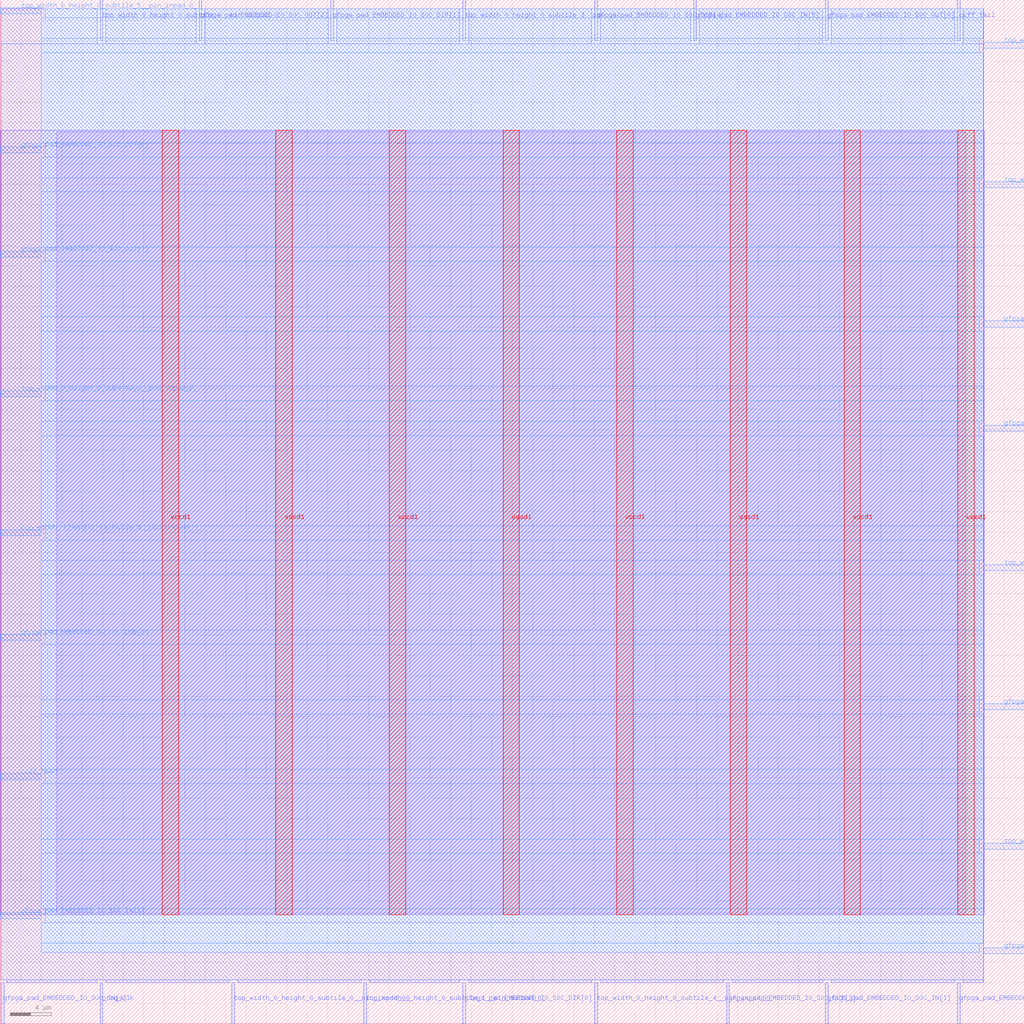
<source format=lef>
VERSION 5.7 ;
  NOWIREEXTENSIONATPIN ON ;
  DIVIDERCHAR "/" ;
  BUSBITCHARS "[]" ;
MACRO grid_io_bottom_bottom
  CLASS BLOCK ;
  FOREIGN grid_io_bottom_bottom ;
  ORIGIN 0.000 0.000 ;
  SIZE 100.000 BY 100.000 ;
  PIN ccff_head
    PORT
      LAYER met3 ;
        RECT 0.000 23.840 4.000 24.440 ;
    END
  END ccff_head
  PIN ccff_tail
    PORT
      LAYER met2 ;
        RECT 93.470 96.000 93.750 100.000 ;
    END
  END ccff_tail
  PIN gfpga_pad_EMBEDDED_IO_SOC_DIR[0]
    PORT
      LAYER met2 ;
        RECT 45.170 0.000 45.450 4.000 ;
    END
  END gfpga_pad_EMBEDDED_IO_SOC_DIR[0]
  PIN gfpga_pad_EMBEDDED_IO_SOC_DIR[1]
    PORT
      LAYER met2 ;
        RECT 32.290 96.000 32.570 100.000 ;
    END
  END gfpga_pad_EMBEDDED_IO_SOC_DIR[1]
  PIN gfpga_pad_EMBEDDED_IO_SOC_DIR[2]
    PORT
      LAYER met3 ;
        RECT 0.000 37.440 4.000 38.040 ;
    END
  END gfpga_pad_EMBEDDED_IO_SOC_DIR[2]
  PIN gfpga_pad_EMBEDDED_IO_SOC_DIR[3]
    PORT
      LAYER met3 ;
        RECT 96.000 30.640 100.000 31.240 ;
    END
  END gfpga_pad_EMBEDDED_IO_SOC_DIR[3]
  PIN gfpga_pad_EMBEDDED_IO_SOC_DIR[4]
    PORT
      LAYER met2 ;
        RECT 58.050 96.000 58.330 100.000 ;
    END
  END gfpga_pad_EMBEDDED_IO_SOC_DIR[4]
  PIN gfpga_pad_EMBEDDED_IO_SOC_DIR[5]
    PORT
      LAYER met2 ;
        RECT 93.470 0.000 93.750 4.000 ;
    END
  END gfpga_pad_EMBEDDED_IO_SOC_DIR[5]
  PIN gfpga_pad_EMBEDDED_IO_SOC_IN[0]
    PORT
      LAYER met3 ;
        RECT 96.000 57.840 100.000 58.440 ;
    END
  END gfpga_pad_EMBEDDED_IO_SOC_IN[0]
  PIN gfpga_pad_EMBEDDED_IO_SOC_IN[1]
    PORT
      LAYER met2 ;
        RECT 80.590 0.000 80.870 4.000 ;
    END
  END gfpga_pad_EMBEDDED_IO_SOC_IN[1]
  PIN gfpga_pad_EMBEDDED_IO_SOC_IN[2]
    PORT
      LAYER met3 ;
        RECT 96.000 68.040 100.000 68.640 ;
    END
  END gfpga_pad_EMBEDDED_IO_SOC_IN[2]
  PIN gfpga_pad_EMBEDDED_IO_SOC_IN[3]
    PORT
      LAYER met3 ;
        RECT 0.000 10.240 4.000 10.840 ;
    END
  END gfpga_pad_EMBEDDED_IO_SOC_IN[3]
  PIN gfpga_pad_EMBEDDED_IO_SOC_IN[4]
    PORT
      LAYER met2 ;
        RECT 0.090 0.000 0.370 4.000 ;
    END
  END gfpga_pad_EMBEDDED_IO_SOC_IN[4]
  PIN gfpga_pad_EMBEDDED_IO_SOC_IN[5]
    PORT
      LAYER met2 ;
        RECT 67.710 96.000 67.990 100.000 ;
    END
  END gfpga_pad_EMBEDDED_IO_SOC_IN[5]
  PIN gfpga_pad_EMBEDDED_IO_SOC_OUT[0]
    PORT
      LAYER met2 ;
        RECT 80.590 96.000 80.870 100.000 ;
    END
  END gfpga_pad_EMBEDDED_IO_SOC_OUT[0]
  PIN gfpga_pad_EMBEDDED_IO_SOC_OUT[1]
    PORT
      LAYER met3 ;
        RECT 0.000 74.840 4.000 75.440 ;
    END
  END gfpga_pad_EMBEDDED_IO_SOC_OUT[1]
  PIN gfpga_pad_EMBEDDED_IO_SOC_OUT[2]
    PORT
      LAYER met2 ;
        RECT 19.410 96.000 19.690 100.000 ;
    END
  END gfpga_pad_EMBEDDED_IO_SOC_OUT[2]
  PIN gfpga_pad_EMBEDDED_IO_SOC_OUT[3]
    PORT
      LAYER met2 ;
        RECT 70.930 0.000 71.210 4.000 ;
    END
  END gfpga_pad_EMBEDDED_IO_SOC_OUT[3]
  PIN gfpga_pad_EMBEDDED_IO_SOC_OUT[4]
    PORT
      LAYER met3 ;
        RECT 0.000 85.040 4.000 85.640 ;
    END
  END gfpga_pad_EMBEDDED_IO_SOC_OUT[4]
  PIN gfpga_pad_EMBEDDED_IO_SOC_OUT[5]
    PORT
      LAYER met3 ;
        RECT 96.000 6.840 100.000 7.440 ;
    END
  END gfpga_pad_EMBEDDED_IO_SOC_OUT[5]
  PIN prog_clk
    PORT
      LAYER met2 ;
        RECT 9.750 0.000 10.030 4.000 ;
    END
  END prog_clk
  PIN top_width_0_height_0_subtile_0__pin_inpad_0_
    PORT
      LAYER met2 ;
        RECT 22.630 0.000 22.910 4.000 ;
    END
  END top_width_0_height_0_subtile_0__pin_inpad_0_
  PIN top_width_0_height_0_subtile_0__pin_outpad_0_
    PORT
      LAYER met2 ;
        RECT 9.750 96.000 10.030 100.000 ;
    END
  END top_width_0_height_0_subtile_0__pin_outpad_0_
  PIN top_width_0_height_0_subtile_1__pin_inpad_0_
    PORT
      LAYER met3 ;
        RECT 96.000 17.040 100.000 17.640 ;
    END
  END top_width_0_height_0_subtile_1__pin_inpad_0_
  PIN top_width_0_height_0_subtile_1__pin_outpad_0_
    PORT
      LAYER met2 ;
        RECT 35.510 0.000 35.790 4.000 ;
    END
  END top_width_0_height_0_subtile_1__pin_outpad_0_
  PIN top_width_0_height_0_subtile_2__pin_inpad_0_
    PORT
      LAYER met3 ;
        RECT 96.000 81.640 100.000 82.240 ;
    END
  END top_width_0_height_0_subtile_2__pin_inpad_0_
  PIN top_width_0_height_0_subtile_2__pin_outpad_0_
    PORT
      LAYER met3 ;
        RECT 96.000 95.240 100.000 95.840 ;
    END
  END top_width_0_height_0_subtile_2__pin_outpad_0_
  PIN top_width_0_height_0_subtile_3__pin_inpad_0_
    PORT
      LAYER met3 ;
        RECT 0.000 61.240 4.000 61.840 ;
    END
  END top_width_0_height_0_subtile_3__pin_inpad_0_
  PIN top_width_0_height_0_subtile_3__pin_outpad_0_
    PORT
      LAYER met2 ;
        RECT 45.170 96.000 45.450 100.000 ;
    END
  END top_width_0_height_0_subtile_3__pin_outpad_0_
  PIN top_width_0_height_0_subtile_4__pin_inpad_0_
    PORT
      LAYER met2 ;
        RECT 58.050 0.000 58.330 4.000 ;
    END
  END top_width_0_height_0_subtile_4__pin_inpad_0_
  PIN top_width_0_height_0_subtile_4__pin_outpad_0_
    PORT
      LAYER met3 ;
        RECT 0.000 47.640 4.000 48.240 ;
    END
  END top_width_0_height_0_subtile_4__pin_outpad_0_
  PIN top_width_0_height_0_subtile_5__pin_inpad_0_
    PORT
      LAYER met3 ;
        RECT 0.000 98.640 4.000 99.240 ;
    END
  END top_width_0_height_0_subtile_5__pin_inpad_0_
  PIN top_width_0_height_0_subtile_5__pin_outpad_0_
    PORT
      LAYER met3 ;
        RECT 96.000 44.240 100.000 44.840 ;
    END
  END top_width_0_height_0_subtile_5__pin_outpad_0_
  PIN vccd1
    PORT
      LAYER met4 ;
        RECT 82.400 10.640 84.000 87.280 ;
    END
    PORT
      LAYER met4 ;
        RECT 60.205 10.640 61.805 87.280 ;
    END
    PORT
      LAYER met4 ;
        RECT 38.010 10.640 39.610 87.280 ;
    END
    PORT
      LAYER met4 ;
        RECT 15.815 10.640 17.415 87.280 ;
    END
  END vccd1
  PIN vssd1
    PORT
      LAYER met4 ;
        RECT 93.495 10.640 95.095 87.280 ;
    END
    PORT
      LAYER met4 ;
        RECT 71.300 10.640 72.900 87.280 ;
    END
    PORT
      LAYER met4 ;
        RECT 49.105 10.640 50.705 87.280 ;
    END
    PORT
      LAYER met4 ;
        RECT 26.910 10.640 28.510 87.280 ;
    END
  END vssd1
  OBS
      LAYER li1 ;
        RECT 5.520 10.795 94.300 87.125 ;
      LAYER met1 ;
        RECT 0.070 10.640 96.070 87.280 ;
      LAYER met2 ;
        RECT 0.100 95.720 9.470 99.125 ;
        RECT 10.310 95.720 19.130 99.125 ;
        RECT 19.970 95.720 32.010 99.125 ;
        RECT 32.850 95.720 44.890 99.125 ;
        RECT 45.730 95.720 57.770 99.125 ;
        RECT 58.610 95.720 67.430 99.125 ;
        RECT 68.270 95.720 80.310 99.125 ;
        RECT 81.150 95.720 93.190 99.125 ;
        RECT 94.030 95.720 96.050 99.125 ;
        RECT 0.100 4.280 96.050 95.720 ;
        RECT 0.650 4.000 9.470 4.280 ;
        RECT 10.310 4.000 22.350 4.280 ;
        RECT 23.190 4.000 35.230 4.280 ;
        RECT 36.070 4.000 44.890 4.280 ;
        RECT 45.730 4.000 57.770 4.280 ;
        RECT 58.610 4.000 70.650 4.280 ;
        RECT 71.490 4.000 80.310 4.280 ;
        RECT 81.150 4.000 93.190 4.280 ;
        RECT 94.030 4.000 96.050 4.280 ;
      LAYER met3 ;
        RECT 4.400 98.240 96.000 99.105 ;
        RECT 4.000 96.240 96.000 98.240 ;
        RECT 4.000 94.840 95.600 96.240 ;
        RECT 4.000 86.040 96.000 94.840 ;
        RECT 4.400 84.640 96.000 86.040 ;
        RECT 4.000 82.640 96.000 84.640 ;
        RECT 4.000 81.240 95.600 82.640 ;
        RECT 4.000 75.840 96.000 81.240 ;
        RECT 4.400 74.440 96.000 75.840 ;
        RECT 4.000 69.040 96.000 74.440 ;
        RECT 4.000 67.640 95.600 69.040 ;
        RECT 4.000 62.240 96.000 67.640 ;
        RECT 4.400 60.840 96.000 62.240 ;
        RECT 4.000 58.840 96.000 60.840 ;
        RECT 4.000 57.440 95.600 58.840 ;
        RECT 4.000 48.640 96.000 57.440 ;
        RECT 4.400 47.240 96.000 48.640 ;
        RECT 4.000 45.240 96.000 47.240 ;
        RECT 4.000 43.840 95.600 45.240 ;
        RECT 4.000 38.440 96.000 43.840 ;
        RECT 4.400 37.040 96.000 38.440 ;
        RECT 4.000 31.640 96.000 37.040 ;
        RECT 4.000 30.240 95.600 31.640 ;
        RECT 4.000 24.840 96.000 30.240 ;
        RECT 4.400 23.440 96.000 24.840 ;
        RECT 4.000 18.040 96.000 23.440 ;
        RECT 4.000 16.640 95.600 18.040 ;
        RECT 4.000 11.240 96.000 16.640 ;
        RECT 4.400 9.840 96.000 11.240 ;
        RECT 4.000 7.840 96.000 9.840 ;
        RECT 4.000 6.975 95.600 7.840 ;
  END
END grid_io_bottom_bottom
END LIBRARY


</source>
